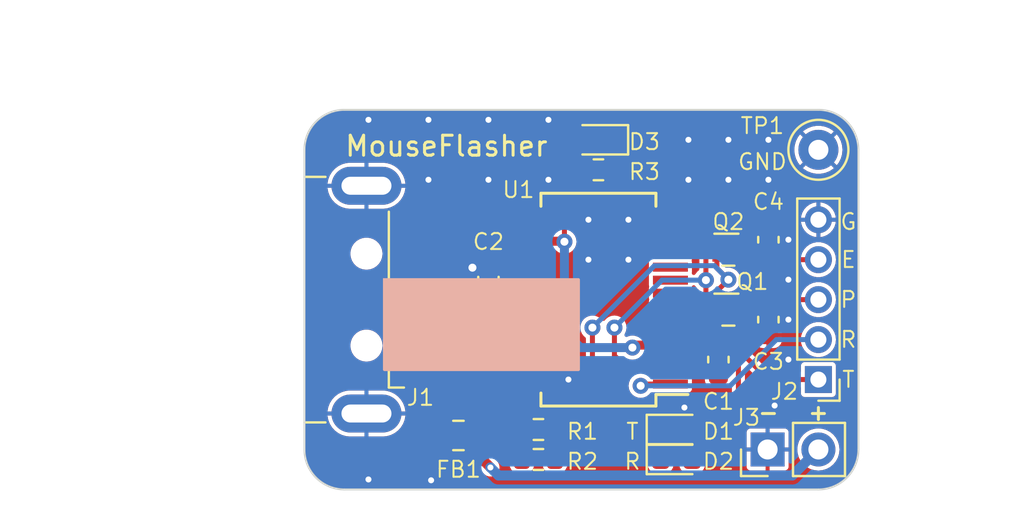
<source format=kicad_pcb>
(kicad_pcb (version 20221018) (generator pcbnew)
  (layers (0 "F.Cu" signal) (31 "B.Cu" signal) (34 "B.Paste" user) (35 "F.Paste" user) (36 "B.SilkS" user "B.Silkscreen") (37 "F.SilkS" user "F.Silkscreen") (38 "B.Mask" user) (39 "F.Mask" user) (44 "Edge.Cuts" user))
  (net 0 "")
  (net 1 "GND")
  (net 2 "Net-(D1-K)")
  (net 3 "Net-(U1-CBUS0)")
  (net 4 "Net-(D2-K)")
  (net 5 "Net-(U1-CBUS1)")
  (net 6 "Net-(D3-K)")
  (net 7 "/DTR")
  (net 8 "/RTS")
  (net 9 "/EN")
  (net 10 "/IO0")
  (net 11 "/TXD0")
  (net 12 "+3V3")
  (net 13 "/RXD0")
  (net 21 "/USB+")
  (net 22 "/USB-")
  (net 24 "+5V")
  (net 27 "Net-(J1-VBUS)")
  (footprint "Resistor_SMD:R_0603_1608Metric" (layer "F.Cu") (at 148.5 56.5 180)
    (fp_text reference "R1" (at -2.2 -0.1) (layer "F.SilkS") (effects (font (size 0.8 0.8) (thickness 0.1))))
    (fp_text value "1k 1608")
    (fp_line (start -0.237258 -0.5225) (end 0.237258 -0.5225) (stroke (width 0.12)) (layer "F.SilkS"))
    (fp_line (start -0.237258 0.5225) (end 0.237258 0.5225) (stroke (width 0.12)) (layer "F.SilkS"))
    (pad "1" smd roundrect (at -0.825 0 180) (size 0.8 0.95) (layers "F.Cu" "F.Paste" "F.Mask") (net 2 "Net-(D1-K)"))
    (pad "2" smd roundrect (at 0.825 0 180) (size 0.8 0.95) (layers "F.Cu" "F.Paste" "F.Mask") (net 3 "Net-(U1-CBUS0)"))
  )
  (footprint "Connector_USB:USB_A_CNCTech_1001-011-01101_Horizontal" (layer "F.Cu") (at 133 50 180)
    (fp_text reference "J1" (at -9.6 -4.9) (layer "F.SilkS") (effects (font (size 0.8 0.8) (thickness 0.1))))
    (fp_text value "USB_A")
    (fp_line (start -8.02 -4.4) (end -8.775 -4.4) (stroke (width 0.12)) (layer "F.SilkS"))
    (fp_line (start -8.02 -4.4) (end -8.02 4.4) (stroke (width 0.12)) (layer "F.SilkS"))
    (fp_line (start -4.85 -6.145) (end -3.8 -6.145) (stroke (width 0.12)) (layer "F.SilkS"))
    (fp_line (start -4.85 6.145) (end -3.8 6.145) (stroke (width 0.12)) (layer "F.SilkS"))
    (pad "" np_thru_hole circle (at -6.9 -2.3 180) (size 1.1 1.1) (drill 1.1) (layers "*.Cu" "*.Mask"))
    (pad "" np_thru_hole circle (at -6.9 2.3 180) (size 1.1 1.1) (drill 1.1) (layers "*.Cu" "*.Mask"))
    (pad "1" smd rect (at -9.65 -3.5 180) (size 2.5 1.1) (layers "F.Cu" "F.Paste" "F.Mask") (net 27 "Net-(J1-VBUS)"))
    (pad "2" smd rect (at -9.65 -1 180) (size 2.5 1.1) (layers "F.Cu" "F.Paste" "F.Mask") (net 22 "/USB-"))
    (pad "3" smd rect (at -9.65 1 180) (size 2.5 1.1) (layers "F.Cu" "F.Paste" "F.Mask") (net 21 "/USB+"))
    (pad "4" smd rect (at -9.65 3.5 180) (size 2.5 1.1) (layers "F.Cu" "F.Paste" "F.Mask") (net 1 "GND"))
    (pad "5" thru_hole oval (at -6.9 -5.7 180) (size 3.5 1.9) (drill oval 2.5 0.9) (layers "*.Cu" "*.Mask") (net 1 "GND"))
    (pad "5" thru_hole oval (at -6.9 5.7 180) (size 3.5 1.9) (drill oval 2.5 0.9) (layers "*.Cu" "*.Mask") (net 1 "GND"))
  )
  (footprint "LED_SMD:LED_0603_1608Metric" (layer "F.Cu") (at 155.4 56.5)
    (fp_text reference "D1" (at 2.1 0.1) (layer "F.SilkS") (effects (font (size 0.8 0.8) (thickness 0.1))))
    (fp_text value "LED")
    (fp_line (start -1.485 -0.735) (end -1.485 0.735) (stroke (width 0.12)) (layer "F.SilkS"))
    (fp_line (start -1.485 0.735) (end 0.8 0.735) (stroke (width 0.12)) (layer "F.SilkS"))
    (fp_line (start 0.8 -0.735) (end -1.485 -0.735) (stroke (width 0.12)) (layer "F.SilkS"))
    (pad "1" smd roundrect (at -0.7875 0) (size 0.875 0.95) (layers "F.Cu" "F.Paste" "F.Mask") (net 2 "Net-(D1-K)"))
    (pad "2" smd roundrect (at 0.7875 0) (size 0.875 0.95) (layers "F.Cu" "F.Paste" "F.Mask") (net 12 "+3V3"))
  )
  (footprint "Capacitor_SMD:C_0805_2012Metric" (layer "F.Cu") (at 144.5 56.8)
    (fp_text reference "FB1" (at 0 1.7) (layer "F.SilkS") (effects (font (size 0.8 0.8) (thickness 0.1))))
    (fp_text value "MI0805K400R-10")
    (fp_line (start -0.261252 -0.735) (end 0.261252 -0.735) (stroke (width 0.12)) (layer "F.SilkS"))
    (fp_line (start -0.261252 0.735) (end 0.261252 0.735) (stroke (width 0.12)) (layer "F.SilkS"))
    (pad "1" smd roundrect (at -0.95 0) (size 1 1.45) (layers "F.Cu" "F.Paste" "F.Mask") (net 27 "Net-(J1-VBUS)"))
    (pad "2" smd roundrect (at 0.95 0) (size 1 1.45) (layers "F.Cu" "F.Paste" "F.Mask") (net 24 "+5V"))
  )
  (footprint "Capacitor_SMD:C_0603_1608Metric" (layer "F.Cu") (at 160 51 -90)
    (fp_text reference "C3" (at 2.1 0 -180) (layer "F.SilkS") (effects (font (size 0.8 0.8) (thickness 0.1))))
    (fp_text value "1608 0.1u")
    (fp_line (start -0.14058 -0.51) (end 0.14058 -0.51) (stroke (width 0.12)) (layer "F.SilkS"))
    (fp_line (start -0.14058 0.51) (end 0.14058 0.51) (stroke (width 0.12)) (layer "F.SilkS"))
    (pad "1" smd roundrect (at -0.775 0 270) (size 0.9 0.95) (layers "F.Cu" "F.Paste" "F.Mask") (net 9 "/EN"))
    (pad "2" smd roundrect (at 0.775 0 270) (size 0.9 0.95) (layers "F.Cu" "F.Paste" "F.Mask") (net 1 "GND"))
  )
  (footprint "Capacitor_SMD:C_0603_1608Metric" (layer "F.Cu") (at 146 49 90)
    (fp_text reference "C2" (at 1.9 0 180) (layer "F.SilkS") (effects (font (size 0.8 0.8) (thickness 0.1))))
    (fp_text value "0.1u 1608")
    (fp_line (start -0.14058 -0.51) (end 0.14058 -0.51) (stroke (width 0.12)) (layer "F.SilkS"))
    (fp_line (start -0.14058 0.51) (end 0.14058 0.51) (stroke (width 0.12)) (layer "F.SilkS"))
    (pad "1" smd roundrect (at -0.775 0 90) (size 0.9 0.95) (layers "F.Cu" "F.Paste" "F.Mask") (net 24 "+5V"))
    (pad "2" smd roundrect (at 0.775 0 90) (size 0.9 0.95) (layers "F.Cu" "F.Paste" "F.Mask") (net 1 "GND"))
  )
  (footprint "Connector_PinHeader_2.54mm:PinHeader_1x02_P2.54mm_Vertical" (layer "F.Cu") (at 159.96 57.5 90)
    (fp_text reference "J3" (at 1.6 -1.06 180) (layer "F.SilkS") (effects (font (size 0.8 0.8) (thickness 0.1))))
    (fp_text value "Conn_01x02")
    (fp_line (start -1.33 -1.33) (end 0 -1.33) (stroke (width 0.12)) (layer "F.SilkS"))
    (fp_line (start -1.33 0) (end -1.33 -1.33) (stroke (width 0.12)) (layer "F.SilkS"))
    (fp_line (start -1.33 1.27) (end -1.33 3.87) (stroke (width 0.12)) (layer "F.SilkS"))
    (fp_line (start -1.33 1.27) (end 1.33 1.27) (stroke (width 0.12)) (layer "F.SilkS"))
    (fp_line (start -1.33 3.87) (end 1.33 3.87) (stroke (width 0.12)) (layer "F.SilkS"))
    (fp_line (start 1.33 1.27) (end 1.33 3.87) (stroke (width 0.12)) (layer "F.SilkS"))
    (pad "1" thru_hole rect (at 0 0 90) (size 1.7 1.7) (drill 1) (layers "*.Cu" "*.Mask") (net 1 "GND"))
    (pad "2" thru_hole oval (at 0 2.54 90) (size 1.7 1.7) (drill 1) (layers "*.Cu" "*.Mask") (net 24 "+5V"))
  )
  (footprint "Resistor_SMD:R_0603_1608Metric" (layer "F.Cu") (at 148.5 58 180)
    (fp_text reference "R2" (at -2.2 -0.1) (layer "F.SilkS") (effects (font (size 0.8 0.8) (thickness 0.1))))
    (fp_text value "1k 1608")
    (fp_line (start -0.237258 -0.5225) (end 0.237258 -0.5225) (stroke (width 0.12)) (layer "F.SilkS"))
    (fp_line (start -0.237258 0.5225) (end 0.237258 0.5225) (stroke (width 0.12)) (layer "F.SilkS"))
    (pad "1" smd roundrect (at -0.825 0 180) (size 0.8 0.95) (layers "F.Cu" "F.Paste" "F.Mask") (net 4 "Net-(D2-K)"))
    (pad "2" smd roundrect (at 0.825 0 180) (size 0.8 0.95) (layers "F.Cu" "F.Paste" "F.Mask") (net 5 "Net-(U1-CBUS1)"))
  )
  (footprint "Capacitor_SMD:C_0603_1608Metric" (layer "F.Cu") (at 157.5 53 -90)
    (fp_text reference "C1" (at 2.1 0 -180) (layer "F.SilkS") (effects (font (size 0.8 0.8) (thickness 0.1))))
    (fp_text value "0.1u 1608")
    (fp_line (start -0.14058 -0.51) (end 0.14058 -0.51) (stroke (width 0.12)) (layer "F.SilkS"))
    (fp_line (start -0.14058 0.51) (end 0.14058 0.51) (stroke (width 0.12)) (layer "F.SilkS"))
    (pad "1" smd roundrect (at -0.775 0 270) (size 0.9 0.95) (layers "F.Cu" "F.Paste" "F.Mask") (net 12 "+3V3"))
    (pad "2" smd roundrect (at 0.775 0 270) (size 0.9 0.95) (layers "F.Cu" "F.Paste" "F.Mask") (net 1 "GND"))
  )
  (footprint "TestPoint:TestPoint_Loop_D2.50mm_Drill1.0mm" (layer "F.Cu") (at 162.5 42.5 180)
    (fp_text reference "TP1" (at 2.8 1.2) (layer "F.SilkS") (effects (font (size 0.8 0.8) (thickness 0.1))))
    (fp_text value "~")
    (fp_circle (center 0 0) (end 1.5 0) (stroke (width 0.12)) (fill none) (layer "F.SilkS"))
    (pad "1" thru_hole circle (at 0 0 180) (size 2 2) (drill 1) (layers "*.Cu" "*.Mask") (net 1 "GND"))
  )
  (footprint "Package_SO:SSOP-28_5.3x10.2mm_P0.65mm" (layer "F.Cu") (at 151.5 50 180)
    (fp_text reference "U1" (at 4 5.5) (layer "F.SilkS") (effects (font (size 0.8 0.8) (thickness 0.1))))
    (fp_text value "FT232RL")
    (fp_line (start -2.875 -5.325) (end -2.875 -4.75) (stroke (width 0.15)) (layer "F.SilkS"))
    (fp_line (start -2.875 -5.325) (end 2.875 -5.325) (stroke (width 0.15)) (layer "F.SilkS"))
    (fp_line (start -2.875 -4.75) (end -4.475 -4.75) (stroke (width 0.15)) (layer "F.SilkS"))
    (fp_line (start -2.875 5.325) (end -2.875 4.675) (stroke (width 0.15)) (layer "F.SilkS"))
    (fp_line (start -2.875 5.325) (end 2.875 5.325) (stroke (width 0.15)) (layer "F.SilkS"))
    (fp_line (start 2.875 -5.325) (end 2.875 -4.675) (stroke (width 0.15)) (layer "F.SilkS"))
    (fp_line (start 2.875 5.325) (end 2.875 4.675) (stroke (width 0.15)) (layer "F.SilkS"))
    (pad "1" smd rect (at -3.6 -4.225 180) (size 1.75 0.45) (layers "F.Cu" "F.Paste" "F.Mask") (net 13 "/RXD0"))
    (pad "2" smd rect (at -3.6 -3.575 180) (size 1.75 0.45) (layers "F.Cu" "F.Paste" "F.Mask") (net 7 "/DTR"))
    (pad "3" smd rect (at -3.6 -2.925 180) (size 1.75 0.45) (layers "F.Cu" "F.Paste" "F.Mask") (net 8 "/RTS"))
    (pad "4" smd rect (at -3.6 -2.275 180) (size 1.75 0.45) (layers "F.Cu" "F.Paste" "F.Mask") (net 12 "+3V3"))
    (pad "5" smd rect (at -3.6 -1.625 180) (size 1.75 0.45) (layers "F.Cu" "F.Paste" "F.Mask") (net 11 "/TXD0"))
    (pad "6" smd rect (at -3.6 -0.975 180) (size 1.75 0.45) (layers "F.Cu" "F.Paste" "F.Mask"))
    (pad "7" smd rect (at -3.6 -0.325 180) (size 1.75 0.45) (layers "F.Cu" "F.Paste" "F.Mask") (net 1 "GND"))
    (pad "8" smd rect (at -3.6 0.325 180) (size 1.75 0.45) (layers "F.Cu" "F.Paste" "F.Mask"))
    (pad "9" smd rect (at -3.6 0.975 180) (size 1.75 0.45) (layers "F.Cu" "F.Paste" "F.Mask"))
    (pad "10" smd rect (at -3.6 1.625 180) (size 1.75 0.45) (layers "F.Cu" "F.Paste" "F.Mask"))
    (pad "11" smd rect (at -3.6 2.275 180) (size 1.75 0.45) (layers "F.Cu" "F.Paste" "F.Mask"))
    (pad "12" smd rect (at -3.6 2.925 180) (size 1.75 0.45) (layers "F.Cu" "F.Paste" "F.Mask"))
    (pad "13" smd rect (at -3.6 3.575 180) (size 1.75 0.45) (layers "F.Cu" "F.Paste" "F.Mask"))
    (pad "14" smd rect (at -3.6 4.225 180) (size 1.75 0.45) (layers "F.Cu" "F.Paste" "F.Mask"))
    (pad "15" smd rect (at 3.6 4.225 180) (size 1.75 0.45) (layers "F.Cu" "F.Paste" "F.Mask") (net 21 "/USB+"))
    (pad "16" smd rect (at 3.6 3.575 180) (size 1.75 0.45) (layers "F.Cu" "F.Paste" "F.Mask") (net 22 "/USB-"))
    (pad "17" smd rect (at 3.6 2.925 180) (size 1.75 0.45) (layers "F.Cu" "F.Paste" "F.Mask") (net 12 "+3V3"))
    (pad "18" smd rect (at 3.6 2.275 180) (size 1.75 0.45) (layers "F.Cu" "F.Paste" "F.Mask") (net 1 "GND"))
    (pad "19" smd rect (at 3.6 1.625 180) (size 1.75 0.45) (layers "F.Cu" "F.Paste" "F.Mask"))
    (pad "20" smd rect (at 3.6 0.975 180) (size 1.75 0.45) (layers "F.Cu" "F.Paste" "F.Mask") (net 24 "+5V"))
    (pad "21" smd rect (at 3.6 0.325 180) (size 1.75 0.45) (layers "F.Cu" "F.Paste" "F.Mask") (net 1 "GND"))
    (pad "22" smd rect (at 3.6 -0.325 180) (size 1.75 0.45) (layers "F.Cu" "F.Paste" "F.Mask") (net 5 "Net-(U1-CBUS1)"))
    (pad "23" smd rect (at 3.6 -0.975 180) (size 1.75 0.45) (layers "F.Cu" "F.Paste" "F.Mask") (net 3 "Net-(U1-CBUS0)"))
    (pad "24" smd rect (at 3.6 -1.625 180) (size 1.75 0.45) (layers "F.Cu" "F.Paste" "F.Mask"))
    (pad "25" smd rect (at 3.6 -2.275 180) (size 1.75 0.45) (layers "F.Cu" "F.Paste" "F.Mask") (net 1 "GND"))
    (pad "26" smd rect (at 3.6 -2.925 180) (size 1.75 0.45) (layers "F.Cu" "F.Paste" "F.Mask") (net 1 "GND"))
    (pad "27" smd rect (at 3.6 -3.575 180) (size 1.75 0.45) (layers "F.Cu" "F.Paste" "F.Mask"))
    (pad "28" smd rect (at 3.6 -4.225 180) (size 1.75 0.45) (layers "F.Cu" "F.Paste" "F.Mask"))
  )
  (footprint "Capacitor_SMD:C_0603_1608Metric" (layer "F.Cu") (at 160 47 90)
    (fp_text reference "C4" (at 1.9 0 180) (layer "F.SilkS") (effects (font (size 0.8 0.8) (thickness 0.1))))
    (fp_text value "1608 0.1u")
    (fp_line (start -0.14058 -0.51) (end 0.14058 -0.51) (stroke (width 0.12)) (layer "F.SilkS"))
    (fp_line (start -0.14058 0.51) (end 0.14058 0.51) (stroke (width 0.12)) (layer "F.SilkS"))
    (pad "1" smd roundrect (at -0.775 0 90) (size 0.9 0.95) (layers "F.Cu" "F.Paste" "F.Mask") (net 10 "/IO0"))
    (pad "2" smd roundrect (at 0.775 0 90) (size 0.9 0.95) (layers "F.Cu" "F.Paste" "F.Mask") (net 1 "GND"))
  )
  (footprint "Connector_PinHeader_2.00mm:PinHeader_1x05_P2.00mm_Vertical" (layer "F.Cu") (at 162.5 54 180)
    (fp_text reference "J2" (at 1.7 -0.6) (layer "F.SilkS") (effects (font (size 0.8 0.8) (thickness 0.1))))
    (fp_text value "Conn_01x05")
    (fp_line (start -1.06 -1.06) (end 0 -1.06) (stroke (width 0.12)) (layer "F.SilkS"))
    (fp_line (start -1.06 0) (end -1.06 -1.06) (stroke (width 0.12)) (layer "F.SilkS"))
    (fp_line (start -1.06 1) (end -1.06 9.06) (stroke (width 0.12)) (layer "F.SilkS"))
    (fp_line (start -1.06 1) (end 1.06 1) (stroke (width 0.12)) (layer "F.SilkS"))
    (fp_line (start -1.06 9.06) (end 1.06 9.06) (stroke (width 0.12)) (layer "F.SilkS"))
    (fp_line (start 1.06 1) (end 1.06 9.06) (stroke (width 0.12)) (layer "F.SilkS"))
    (pad "1" thru_hole rect (at 0 0 180) (size 1.35 1.35) (drill 0.8) (layers "*.Cu" "*.Mask") (net 11 "/TXD0"))
    (pad "2" thru_hole oval (at 0 2 180) (size 1.35 1.35) (drill 0.8) (layers "*.Cu" "*.Mask") (net 13 "/RXD0"))
    (pad "3" thru_hole oval (at 0 4 180) (size 1.35 1.35) (drill 0.8) (layers "*.Cu" "*.Mask") (net 9 "/EN"))
    (pad "4" thru_hole oval (at 0 6 180) (size 1.35 1.35) (drill 0.8) (layers "*.Cu" "*.Mask") (net 10 "/IO0"))
    (pad "5" thru_hole oval (at 0 8 180) (size 1.35 1.35) (drill 0.8) (layers "*.Cu" "*.Mask") (net 1 "GND"))
  )
  (footprint "LED_SMD:LED_0603_1608Metric" (layer "F.Cu") (at 155.4 58)
    (fp_text reference "D2" (at 2.1 0.1) (layer "F.SilkS") (effects (font (size 0.8 0.8) (thickness 0.1))))
    (fp_text value "LED")
    (fp_line (start -1.485 -0.735) (end -1.485 0.735) (stroke (width 0.12)) (layer "F.SilkS"))
    (fp_line (start -1.485 0.735) (end 0.8 0.735) (stroke (width 0.12)) (layer "F.SilkS"))
    (fp_line (start 0.8 -0.735) (end -1.485 -0.735) (stroke (width 0.12)) (layer "F.SilkS"))
    (pad "1" smd roundrect (at -0.7875 0) (size 0.875 0.95) (layers "F.Cu" "F.Paste" "F.Mask") (net 4 "Net-(D2-K)"))
    (pad "2" smd roundrect (at 0.7875 0) (size 0.875 0.95) (layers "F.Cu" "F.Paste" "F.Mask") (net 12 "+3V3"))
  )
  (footprint "Package_TO_SOT_SMD:SOT-723" (layer "F.Cu") (at 158 50.5)
    (fp_text reference "Q1" (at 1.2 -1.4) (layer "F.SilkS") (effects (font (size 0.8 0.8) (thickness 0.1))))
    (fp_text value "DTC114E")
    (fp_line (start 0.3 0.8) (end -0.3 0.8) (stroke (width 0.12)) (layer "F.SilkS"))
    (fp_line (start 0.5 -0.8) (end -0.7 -0.8) (stroke (width 0.12)) (layer "F.SilkS"))
    (pad "1" smd rect (at -0.575 -0.4) (size 0.45 0.4) (layers "F.Cu" "F.Paste" "F.Mask") (net 7 "/DTR"))
    (pad "2" smd rect (at -0.575 0.4) (size 0.45 0.4) (layers "F.Cu" "F.Paste" "F.Mask") (net 8 "/RTS"))
    (pad "3" smd rect (at 0.575 0) (size 0.45 0.5) (layers "F.Cu" "F.Paste" "F.Mask") (net 9 "/EN"))
  )
  (footprint "Resistor_SMD:R_0603_1608Metric" (layer "F.Cu") (at 151.5 43.5 180)
    (fp_text reference "R3" (at -2.3 -0.1) (layer "F.SilkS") (effects (font (size 0.8 0.8) (thickness 0.1))))
    (fp_text value "1k 1608")
    (fp_line (start -0.237258 -0.5225) (end 0.237258 -0.5225) (stroke (width 0.12)) (layer "F.SilkS"))
    (fp_line (start -0.237258 0.5225) (end 0.237258 0.5225) (stroke (width 0.12)) (layer "F.SilkS"))
    (pad "1" smd roundrect (at -0.825 0 180) (size 0.8 0.95) (layers "F.Cu" "F.Paste" "F.Mask") (net 6 "Net-(D3-K)"))
    (pad "2" smd roundrect (at 0.825 0 180) (size 0.8 0.95) (layers "F.Cu" "F.Paste" "F.Mask") (net 1 "GND"))
  )
  (footprint "LED_SMD:LED_0603_1608Metric" (layer "F.Cu") (at 151.5 42 180)
    (fp_text reference "D3" (at -2.3 -0.1) (layer "F.SilkS") (effects (font (size 0.8 0.8) (thickness 0.1))))
    (fp_text value "LED")
    (fp_line (start -1.485 -0.735) (end -1.485 0.735) (stroke (width 0.12)) (layer "F.SilkS"))
    (fp_line (start -1.485 0.735) (end 0.8 0.735) (stroke (width 0.12)) (layer "F.SilkS"))
    (fp_line (start 0.8 -0.735) (end -1.485 -0.735) (stroke (width 0.12)) (layer "F.SilkS"))
    (pad "1" smd roundrect (at -0.7875 0 180) (size 0.875 0.95) (layers "F.Cu" "F.Paste" "F.Mask") (net 6 "Net-(D3-K)"))
    (pad "2" smd roundrect (at 0.7875 0 180) (size 0.875 0.95) (layers "F.Cu" "F.Paste" "F.Mask") (net 12 "+3V3"))
  )
  (footprint "Package_TO_SOT_SMD:SOT-723" (layer "F.Cu") (at 158 47.5)
    (fp_text reference "Q2" (at 0 -1.4) (layer "F.SilkS") (effects (font (size 0.8 0.8) (thickness 0.1))))
    (fp_text value "DTC114E")
    (fp_line (start 0.3 0.8) (end -0.3 0.8) (stroke (width 0.12)) (layer "F.SilkS"))
    (fp_line (start 0.5 -0.8) (end -0.7 -0.8) (stroke (width 0.12)) (layer "F.SilkS"))
    (pad "1" smd rect (at -0.575 -0.4) (size 0.45 0.4) (layers "F.Cu" "F.Paste" "F.Mask") (net 8 "/RTS"))
    (pad "2" smd rect (at -0.575 0.4) (size 0.45 0.4) (layers "F.Cu" "F.Paste" "F.Mask") (net 7 "/DTR"))
    (pad "3" smd rect (at 0.575 0) (size 0.45 0.5) (layers "F.Cu" "F.Paste" "F.Mask") (net 10 "/IO0"))
  )
  (gr_rect (start 140.8 49) (end 150.5 53.5) (stroke (width 0.15)) (fill solid) (layer "B.SilkS"))
  (gr_line (start 162.2 55.7) (end 162.8 55.7) (stroke (width 0.15)) (layer "F.SilkS"))
  (gr_line (start 162.5 56) (end 162.5 55.4) (stroke (width 0.15)) (layer "F.SilkS"))
  (gr_line (start 159.7 55.7) (end 160.3 55.7) (stroke (width 0.15)) (layer "F.SilkS"))
  (gr_line (start 138.8 59.5) (end 162.5 59.5) (stroke (width 0.1)) (layer "Edge.Cuts"))
  (gr_arc (start 136.8 42.5) (mid 137.385786 41.085786) (end 138.8 40.5) (stroke (width 0.1)) (layer "Edge.Cuts"))
  (gr_line (start 164.5 42.5) (end 164.5 57.5) (stroke (width 0.1)) (layer "Edge.Cuts"))
  (gr_arc (start 164.5 57.5) (mid 163.914214 58.914214) (end 162.5 59.5) (stroke (width 0.1)) (layer "Edge.Cuts"))
  (gr_line (start 136.8 42.5) (end 136.8 57.5) (stroke (width 0.1)) (layer "Edge.Cuts"))
  (gr_arc (start 138.8 59.5) (mid 137.385786 58.914214) (end 136.8 57.5) (stroke (width 0.1)) (layer "Edge.Cuts"))
  (gr_arc (start 162.5 40.5) (mid 163.914214 41.085786) (end 164.5 42.5) (stroke (width 0.1)) (layer "Edge.Cuts"))
  (gr_line (start 162.5 40.5) (end 138.8 40.5) (stroke (width 0.1)) (layer "Edge.Cuts"))
  (gr_text "T" (at 164 54) (layer "F.SilkS") (effects (font (size 0.8 0.8) (thickness 0.1) bold)))
  (gr_text "E" (at 164 48) (layer "F.SilkS") (effects (font (size 0.8 0.8) (thickness 0.1))))
  (gr_text "G" (at 164 46.1) (layer "F.SilkS") (effects (font (size 0.8 0.8) (thickness 0.1))))
  (gr_text "R" (at 164 52) (layer "F.SilkS") (effects (font (size 0.8 0.8) (thickness 0.1))))
  (gr_text "T" (at 153.2 56.6) (layer "F.SilkS") (effects (font (size 0.8 0.8) (thickness 0.1) bold)))
  (gr_text "R" (at 153.2 58.1) (layer "F.SilkS") (effects (font (size 0.8 0.8) (thickness 0.1))))
  (gr_text "GND" (at 159.7 43.1) (layer "F.SilkS") (effects (font (size 0.8 0.8) (thickness 0.1))))
  (gr_text "P" (at 164 50) (layer "F.SilkS") (effects (font (size 0.8 0.8) (thickness 0.1))))
  (gr_text "MouseFlasher" (at 143.9 42.9) (layer "F.SilkS") (effects (font (size 1 1)) (justify bottom)))
  (segment (start 145.375 48.225) (end 145.2 48.4) (width 0.45) (layer "F.Cu") (net 1))
  (segment (start 146 48.225) (end 145.375 48.225) (width 0.45) (layer "F.Cu") (net 1))
  (segment (start 147.9 47.725) (end 146.5 47.725) (width 0.45) (layer "F.Cu") (net 1))
  (segment (start 146.5 47.725) (end 146 48.225) (width 0.45) (layer "F.Cu") (net 1))
  (via (at 153 46) (size 0.5) (drill 0.3) (layers "F.Cu" "B.Cu") (net 1))
  (via (at 145.2 48.4) (size 0.8) (drill 0.4) (layers "F.Cu" "B.Cu") (net 1))
  (via (at 140 41) (size 0.5) (drill 0.3) (layers "F.Cu" "B.Cu") (net 1))
  (via (at 156 44) (size 0.5) (drill 0.3) (layers "F.Cu" "B.Cu") (net 1))
  (via (at 161 47) (size 0.5) (drill 0.3) (layers "F.Cu" "B.Cu") (net 1))
  (via (at 149 44) (size 0.5) (drill 0.3) (layers "F.Cu" "B.Cu") (net 1))
  (via (at 153 48) (size 0.5) (drill 0.3) (layers "F.Cu" "B.Cu") (net 1))
  (via (at 160 42) (size 0.5) (drill 0.3) (layers "F.Cu" "B.Cu") (net 1))
  (via (at 150 54) (size 0.5) (drill 0.3) (layers "F.Cu" "B.Cu") (net 1))
  (via (at 158 44) (size 0.5) (drill 0.3) (layers "F.Cu" "B.Cu") (net 1))
  (via (at 161 53) (size 0.5) (drill 0.3) (layers "F.Cu" "B.Cu") (net 1))
  (via (at 143.133329 59.042071) (size 0.5) (drill 0.3) (layers "F.Cu" "B.Cu") (net 1))
  (via (at 158 42) (size 0.5) (drill 0.3) (layers "F.Cu" "B.Cu") (net 1))
  (via (at 143 44) (size 0.5) (drill 0.3) (layers "F.Cu" "B.Cu") (net 1))
  (via (at 146 41) (size 0.5) (drill 0.3) (layers "F.Cu" "B.Cu") (net 1))
  (via (at 140 59) (size 0.5) (drill 0.3) (layers "F.Cu" "B.Cu") (net 1))
  (via (at 161 49) (size 0.5) (drill 0.3) (layers "F.Cu" "B.Cu") (net 1))
  (via (at 151 48) (size 0.5) (drill 0.3) (layers "F.Cu" "B.Cu") (net 1))
  (via (at 146 44) (size 0.5) (drill 0.3) (layers "F.Cu" "B.Cu") (net 1))
  (via (at 143 41) (size 0.5) (drill 0.3) (layers "F.Cu" "B.Cu") (net 1))
  (via (at 160 44) (size 0.5) (drill 0.3) (layers "F.Cu" "B.Cu") (net 1))
  (via (at 155.8 55.4) (size 0.5) (drill 0.3) (layers "F.Cu" "B.Cu") (net 1))
  (via (at 160.31136 55.3004) (size 0.5) (drill 0.3) (layers "F.Cu" "B.Cu") (net 1))
  (via (at 149 41) (size 0.5) (drill 0.3) (layers "F.Cu" "B.Cu") (net 1))
  (via (at 151 46) (size 0.5) (drill 0.3) (layers "F.Cu" "B.Cu") (net 1))
  (via (at 156 42) (size 0.5) (drill 0.3) (layers "F.Cu" "B.Cu") (net 1))
  (via (at 161 51) (size 0.5) (drill 0.3) (layers "F.Cu" "B.Cu") (net 1))
  (segment (start 154.6125 56.5) (end 149.325 56.5) (width 0.25) (layer "F.Cu") (net 2))
  (segment (start 147.675 56.5) (end 147.675 55.675) (width 0.25) (layer "F.Cu") (net 3))
  (segment (start 146.7 54.7) (end 146.7 51.05) (width 0.25) (layer "F.Cu") (net 3))
  (segment (start 146.7 51.05) (end 146.775 50.975) (width 0.25) (layer "F.Cu") (net 3))
  (segment (start 147.675 55.675) (end 146.7 54.7) (width 0.25) (layer "F.Cu") (net 3))
  (segment (start 146.775 50.975) (end 147.9 50.975) (width 0.25) (layer "F.Cu") (net 3))
  (segment (start 149.325 58) (end 154.6125 58) (width 0.25) (layer "F.Cu") (net 4))
  (segment (start 146.250499 50.849501) (end 146.250499 55.262326) (width 0.25) (layer "F.Cu") (net 5))
  (segment (start 146.250499 55.262326) (end 146.5 55.511827) (width 0.25) (layer "F.Cu") (net 5))
  (segment (start 147.0875 58) (end 147.675 58) (width 0.25) (layer "F.Cu") (net 5))
  (segment (start 147.9 50.325) (end 146.775 50.325) (width 0.25) (layer "F.Cu") (net 5))
  (segment (start 146.5 55.511827) (end 146.5 57.4125) (width 0.25) (layer "F.Cu") (net 5))
  (segment (start 146.775 50.325) (end 146.250499 50.849501) (width 0.25) (layer "F.Cu") (net 5))
  (segment (start 146.5 57.4125) (end 147.0875 58) (width 0.25) (layer "F.Cu") (net 5))
  (segment (start 152.2875 43.4625) (end 152.325 43.5) (width 0.25) (layer "F.Cu") (net 6))
  (segment (start 152.2875 42) (end 152.2875 43.4625) (width 0.25) (layer "F.Cu") (net 6))
  (segment (start 157.425 48.425) (end 158 49) (width 0.25) (layer "F.Cu") (net 7))
  (segment (start 151.2 53.1) (end 151.2 51.4) (width 0.25) (layer "F.Cu") (net 7))
  (segment (start 157.425 47.9) (end 157.425 48.425) (width 0.25) (layer "F.Cu") (net 7))
  (segment (start 155.1 53.575) (end 151.675 53.575) (width 0.25) (layer "F.Cu") (net 7))
  (segment (start 151.675 53.575) (end 151.2 53.1) (width 0.25) (layer "F.Cu") (net 7))
  (segment (start 157.425 50.1) (end 157.425 49.575) (width 0.25) (layer "F.Cu") (net 7))
  (segment (start 157.425 49.575) (end 158 49) (width 0.25) (layer "F.Cu") (net 7))
  (via (at 151.2 51.4) (size 0.8) (drill 0.4) (layers "F.Cu" "B.Cu") (net 7))
  (via (at 158 49) (size 0.8) (drill 0.4) (layers "F.Cu" "B.Cu") (net 7))
  (segment (start 151.2 51.4) (end 154.3005 48.2995) (width 0.25) (layer "B.Cu") (net 7))
  (segment (start 154.3005 48.2995) (end 157.2995 48.2995) (width 0.25) (layer "B.Cu") (net 7))
  (segment (start 157.2995 48.2995) (end 158 49) (width 0.25) (layer "B.Cu") (net 7))
  (segment (start 156.95 47.1) (end 156.875 47.175) (width 0.25) (layer "F.Cu") (net 8))
  (segment (start 152.3 52.8) (end 152.3 51.4) (width 0.25) (layer "F.Cu") (net 8))
  (segment (start 156.9 50.9) (end 157.425 50.9) (width 0.25) (layer "F.Cu") (net 8))
  (segment (start 155.1 52.925) (end 153.699598 52.925) (width 0.25) (layer "F.Cu") (net 8))
  (segment (start 156.875 47.175) (end 156.875 50.875) (width 0.25) (layer "F.Cu") (net 8))
  (segment (start 157.425 47.1) (end 156.95 47.1) (width 0.25) (layer "F.Cu") (net 8))
  (segment (start 153.500098 53.1245) (end 152.6245 53.1245) (width 0.25) (layer "F.Cu") (net 8))
  (segment (start 152.6245 53.1245) (end 152.3 52.8) (width 0.25) (layer "F.Cu") (net 8))
  (segment (start 153.699598 52.925) (end 153.500098 53.1245) (width 0.25) (layer "F.Cu") (net 8))
  (segment (start 156.875 50.875) (end 156.9 50.9) (width 0.25) (layer "F.Cu") (net 8))
  (via (at 156.875 49.024) (size 0.8) (drill 0.4) (layers "F.Cu" "B.Cu") (net 8))
  (via (at 152.3 51.4) (size 0.8) (drill 0.4) (layers "F.Cu" "B.Cu") (net 8))
  (segment (start 152.3 51.4) (end 154.676 49.024) (width 0.25) (layer "B.Cu") (net 8))
  (segment (start 154.676 49.024) (end 156.875 49.024) (width 0.25) (layer "B.Cu") (net 8))
  (segment (start 160.225 50) (end 162.5 50) (width 0.25) (layer "F.Cu") (net 9))
  (segment (start 159.725 50.5) (end 160 50.225) (width 0.25) (layer "F.Cu") (net 9))
  (segment (start 158.575 50.5) (end 159.725 50.5) (width 0.25) (layer "F.Cu") (net 9))
  (segment (start 160 50.225) (end 160.225 50) (width 0.25) (layer "F.Cu") (net 9))
  (segment (start 159.725 47.5) (end 160 47.775) (width 0.25) (layer "F.Cu") (net 10))
  (segment (start 160.225 48) (end 162.5 48) (width 0.25) (layer "F.Cu") (net 10))
  (segment (start 158.575 47.5) (end 159.725 47.5) (width 0.25) (layer "F.Cu") (net 10))
  (segment (start 160 47.775) (end 160.225 48) (width 0.25) (layer "F.Cu") (net 10))
  (segment (start 157.022183 51.45) (end 157.977817 51.45) (width 0.25) (layer "F.Cu") (net 11))
  (segment (start 160 54) (end 162.5 54) (width 0.25) (layer "F.Cu") (net 11))
  (segment (start 158.3 51.772183) (end 158.3 52.3) (width 0.25) (layer "F.Cu") (net 11))
  (segment (start 155.1 51.625) (end 156.847183 51.625) (width 0.25) (layer "F.Cu") (net 11))
  (segment (start 156.847183 51.625) (end 157.022183 51.45) (width 0.25) (layer "F.Cu") (net 11))
  (segment (start 157.977817 51.45) (end 158.3 51.772183) (width 0.25) (layer "F.Cu") (net 11))
  (segment (start 158.3 52.3) (end 160 54) (width 0.25) (layer "F.Cu") (net 11))
  (segment (start 156.1875 56.5) (end 156.1875 58) (width 0.25) (layer "F.Cu") (net 12))
  (segment (start 158.5 54.7875) (end 156.7875 56.5) (width 0.25) (layer "F.Cu") (net 12))
  (segment (start 158.5 53.225) (end 158.5 54.7875) (width 0.25) (layer "F.Cu") (net 12))
  (segment (start 149.8 42.9125) (end 149.8 47.1) (width 0.25) (layer "F.Cu") (net 12))
  (segment (start 149.775 47.075) (end 147.9 47.075) (width 0.45) (layer "F.Cu") (net 12))
  (segment (start 157.5 52.225) (end 155.15 52.225) (width 0.25) (layer "F.Cu") (net 12))
  (segment (start 155.1 52.275) (end 153.325 52.275) (width 0.45) (layer "F.Cu") (net 12))
  (segment (start 153.325 52.275) (end 153.2 52.4) (width 0.45) (layer "F.Cu") (net 12))
  (segment (start 156.7875 56.5) (end 156.1875 56.5) (width 0.25) (layer "F.Cu") (net 12))
  (segment (start 150.7125 42) (end 149.8 42.9125) (width 0.25) (layer "F.Cu") (net 12))
  (segment (start 155.15 52.225) (end 155.1 52.275) (width 0.25) (layer "F.Cu") (net 12))
  (segment (start 149.8 47.1) (end 149.775 47.075) (width 0.45) (layer "F.Cu") (net 12))
  (segment (start 157.5 52.225) (end 158.5 53.225) (width 0.25) (layer "F.Cu") (net 12))
  (via (at 149.8 47.1) (size 0.8) (drill 0.4) (layers "F.Cu" "B.Cu") (net 12))
  (via (at 153.2 52.4) (size 0.8) (drill 0.4) (layers "F.Cu" "B.Cu") (net 12))
  (segment (start 153.2 52.4) (end 150.6 52.4) (width 0.45) (layer "B.Cu") (net 12))
  (segment (start 149.8 51.6) (end 149.8 47.1) (width 0.45) (layer "B.Cu") (net 12))
  (segment (start 150.6 52.4) (end 149.8 51.6) (width 0.45) (layer "B.Cu") (net 12))
  (segment (start 153.699599 54.225) (end 153.611829 54.31277) (width 0.25) (layer "F.Cu") (net 13))
  (segment (start 155.1 54.225) (end 153.699599 54.225) (width 0.25) (layer "F.Cu") (net 13))
  (via (at 153.611829 54.31277) (size 0.8) (drill 0.4) (layers "F.Cu" "B.Cu") (net 13))
  (segment (start 162.5 52) (end 160.4 52) (width 0.25) (layer "B.Cu") (net 13))
  (segment (start 158.08723 54.31277) (end 153.611829 54.31277) (width 0.25) (layer "B.Cu") (net 13))
  (segment (start 160.4 52) (end 158.08723 54.31277) (width 0.25) (layer "B.Cu") (net 13))
  (segment (start 142.65 48.15) (end 142.8 48) (width 0.25) (layer "F.Cu") (net 21))
  (segment (start 142.8 48) (end 143.9 48) (width 0.25) (layer "F.Cu") (net 21))
  (segment (start 142.65 49) (end 142.65 48.15) (width 0.25) (layer "F.Cu") (net 21))
  (segment (start 146.125 45.775) (end 147.9 45.775) (width 0.25) (layer "F.Cu") (net 21))
  (segment (start 143.9 48) (end 146.125 45.775) (width 0.25) (layer "F.Cu") (net 21))
  (segment (start 146.150402 46.425) (end 144.4755 48.099902) (width 0.25) (layer "F.Cu") (net 22))
  (segment (start 147.9 46.425) (end 146.150402 46.425) (width 0.25) (layer "F.Cu") (net 22))
  (segment (start 144.1 51) (end 142.65 51) (width 0.25) (layer "F.Cu") (net 22))
  (segment (start 144.4755 48.099902) (end 144.4755 50.6245) (width 0.25) (layer "F.Cu") (net 22))
  (segment (start 144.4755 50.6245) (end 144.1 51) (width 0.25) (layer "F.Cu") (net 22))
  (segment (start 147.9 49.025) (end 146.75 49.025) (width 0.45) (layer "F.Cu") (net 24))
  (segment (start 145.7 56.55) (end 145.45 56.8) (width 0.45) (layer "F.Cu") (net 24))
  (segment (start 146.75 49.025) (end 146 49.775) (width 0.45) (layer "F.Cu") (net 24))
  (segment (start 146.1 58.4) (end 145.45 57.75) (width 0.5) (layer "F.Cu") (net 24))
  (segment (start 145.7 50.075) (end 145.7 56.55) (width 0.45) (layer "F.Cu") (net 24))
  (segment (start 145.45 57.75) (end 145.45 56.8) (width 0.5) (layer "F.Cu") (net 24))
  (segment (start 146 49.775) (end 145.7 50.075) (width 0.45) (layer "F.Cu") (net 24))
  (via (at 146.1 58.4) (size 0.5) (drill 0.3) (layers "F.Cu" "B.Cu") (net 24))
  (segment (start 162.5 57.5) (end 161.2 58.8) (width 0.5) (layer "B.Cu") (net 24))
  (segment (start 161.2 58.8) (end 146.5 58.8) (width 0.5) (layer "B.Cu") (net 24))
  (segment (start 146.5 58.8) (end 146.1 58.4) (width 0.5) (layer "B.Cu") (net 24))
  (segment (start 142.65 53.5) (end 142.65 54.45) (width 0.5) (layer "F.Cu") (net 27))
  (segment (start 142.65 54.45) (end 143.55 55.35) (width 0.5) (layer "F.Cu") (net 27))
  (segment (start 143.55 55.35) (end 143.55 56.8) (width 0.5) (layer "F.Cu") (net 27))
  (zone (net 1) (net_name "GND") (layers "F&B.Cu") (connect_pads (clearance 0.2)) (min_thickness 0.2) (fill yes (thermal_gap 0.2) (thermal_bridge_width 0.2))
    (polygon (pts (xy 136 40) (xy 165 40) (xy 165 60) (xy 136 60)))
  )
)
</source>
